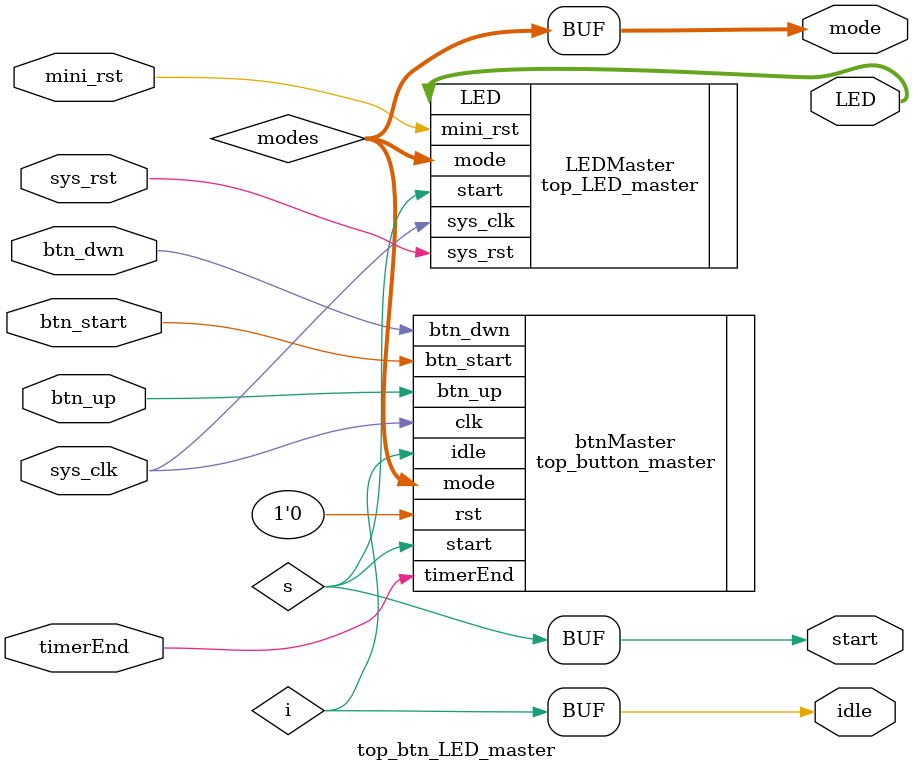
<source format=v>
`timescale 1ns / 1ps

module top_btn_LED_master(
    input sys_clk, sys_rst,
    input mini_rst,
    input timerEnd,
    input btn_up,
    input btn_dwn,
    input btn_start,
    output [15:0] LED,
    output [1:0] mode,
    output start,
    output idle
    );
    
wire s;
wire i;    
wire [1:0] modes;
assign start = s;
assign idle = i;
assign mode = modes;
    
top_button_master btnMaster(
    .clk(sys_clk),
    .rst(1'b0),
    .timerEnd(timerEnd),
    .btn_up(btn_up),
    .btn_dwn(btn_dwn),
    .btn_start(btn_start),
    .mode(modes),
    .start(s),
    .idle(i)
    );
    
top_LED_master LEDMaster(
    .sys_clk(sys_clk),
    .sys_rst(sys_rst),
    .mini_rst(mini_rst),
    .start(s),
    .mode(modes),
    .LED(LED)
    );
    
    
       
endmodule

</source>
